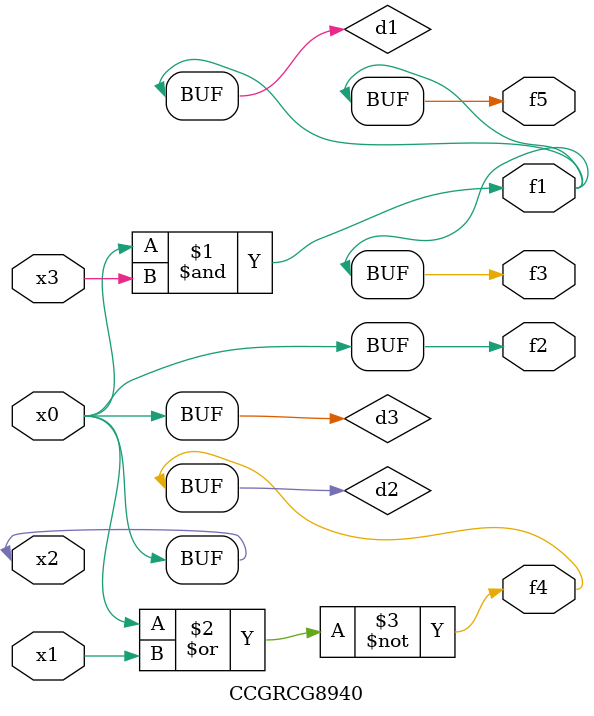
<source format=v>
module CCGRCG8940(
	input x0, x1, x2, x3,
	output f1, f2, f3, f4, f5
);

	wire d1, d2, d3;

	and (d1, x2, x3);
	nor (d2, x0, x1);
	buf (d3, x0, x2);
	assign f1 = d1;
	assign f2 = d3;
	assign f3 = d1;
	assign f4 = d2;
	assign f5 = d1;
endmodule

</source>
